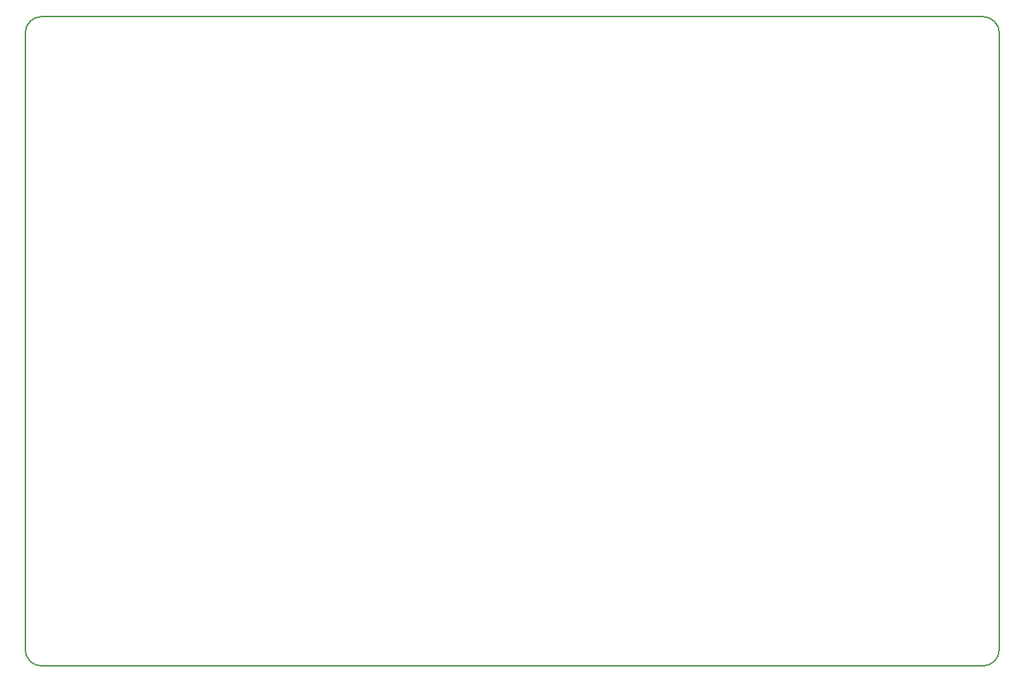
<source format=gbr>
%TF.GenerationSoftware,KiCad,Pcbnew,9.0.1*%
%TF.CreationDate,2025-10-25T18:58:24-04:00*%
%TF.ProjectId,Portal Box 5.1,506f7274-616c-4204-926f-7820352e312e,rev?*%
%TF.SameCoordinates,PX54c81a0PY7eef1e0*%
%TF.FileFunction,Profile,NP*%
%FSLAX46Y46*%
G04 Gerber Fmt 4.6, Leading zero omitted, Abs format (unit mm)*
G04 Created by KiCad (PCBNEW 9.0.1) date 2025-10-25 18:58:24*
%MOMM*%
%LPD*%
G01*
G04 APERTURE LIST*
%TA.AperFunction,Profile*%
%ADD10C,0.200000*%
%TD*%
G04 APERTURE END LIST*
D10*
X2050000Y-50000D02*
G75*
G02*
X50000Y1950000I0J2000000D01*
G01*
X50000Y1950000D02*
X50000Y77950000D01*
X120050000Y1950000D02*
G75*
G02*
X118050000Y-50000I-2000000J0D01*
G01*
X2050000Y79950000D02*
X118050000Y79950000D01*
X118050000Y-50000D02*
X2050000Y-50000D01*
X120050000Y77950000D02*
X120050000Y1950000D01*
X118050000Y79950000D02*
G75*
G02*
X120050000Y77950000I0J-2000000D01*
G01*
X50000Y77950000D02*
G75*
G02*
X2050000Y79950000I2000000J0D01*
G01*
M02*

</source>
